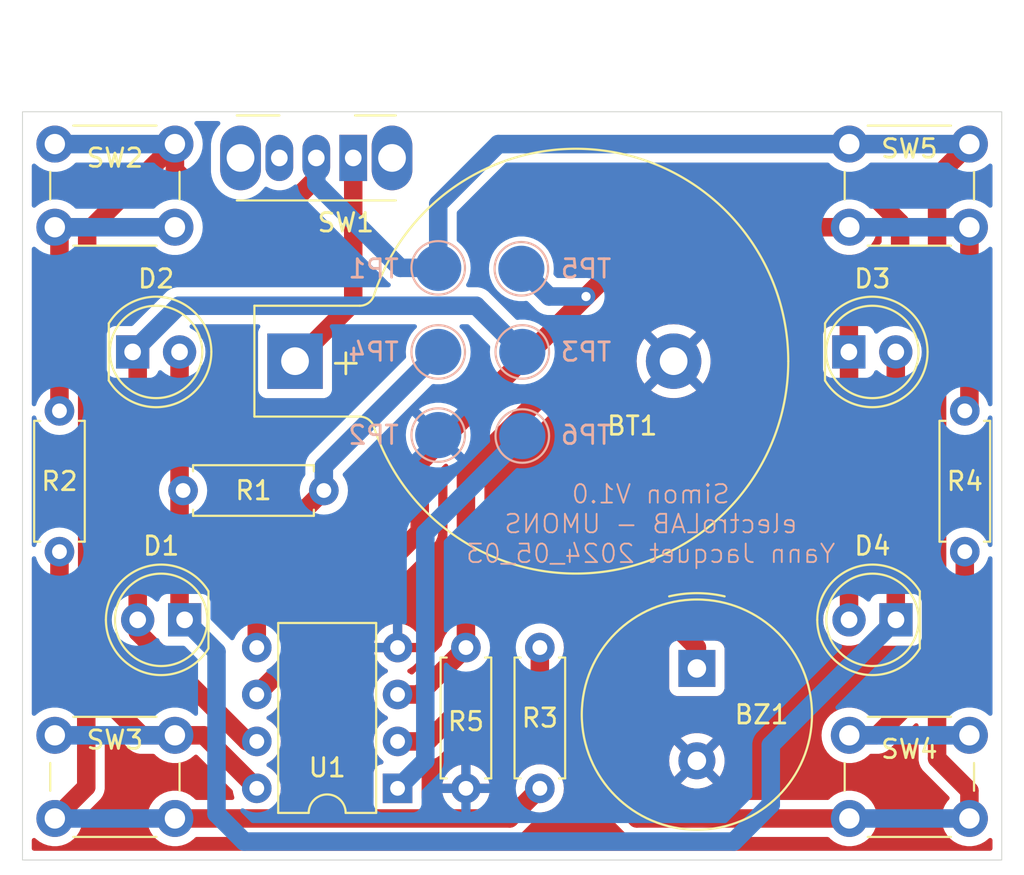
<source format=kicad_pcb>
(kicad_pcb (version 20240108) (generator "pcbnew") (generator_version "8.0")
  (layers (0 "F.Cu" signal) (31 "B.Cu" signal) (34 "B.Paste" user) (35 "F.Paste" user) (36 "B.SilkS" user "B.Silkscreen") (37 "F.SilkS" user "F.Silkscreen") (38 "B.Mask" user) (39 "F.Mask" user) (44 "Edge.Cuts" user))
  (net 0 "")
  (net 1 "Net-(BT1-+)")
  (net 2 "GND")
  (net 3 "/Piezo")
  (net 4 "/LED1")
  (net 5 "Net-(D1-K)")
  (net 6 "/LED2")
  (net 7 "/LED3")
  (net 8 "Net-(R2-Pad2)")
  (net 9 "Net-(R2-Pad1)")
  (net 10 "Net-(R3-Pad2)")
  (net 11 "/BP_in")
  (net 12 "VCC")
  (net 13 "/rst")
  (footprint "Button_Switch_THT:SW_PUSH_6mm_H5mm" (layer "F.Cu") (at 144.75 133.75)
    (property "Reference" "SW4" (at 3.25 0.75 0) (layer "F.SilkS"))
    (property "Value" "SW_Push")
    (fp_line (start -0.25 1.5) (end -0.25 3) (stroke (width 0.12)) (layer "F.SilkS"))
    (fp_line (start 1 5.5) (end 5.5 5.5) (stroke (width 0.12)) (layer "F.SilkS"))
    (fp_line (start 5.5 -1) (end 1 -1) (stroke (width 0.12)) (layer "F.SilkS"))
    (fp_line (start 6.75 3) (end 6.75 1.5) (stroke (width 0.12)) (layer "F.SilkS"))
    (pad "1" thru_hole circle (at 0 0 90) (size 2 2) (drill 1.1) (layers "*.Cu" "*.Mask") (net 12 "VCC"))
    (pad "1" thru_hole circle (at 6.5 0 90) (size 2 2) (drill 1.1) (layers "*.Cu" "*.Mask") (net 12 "VCC"))
    (pad "2" thru_hole circle (at 0 4.5 90) (size 2 2) (drill 1.1) (layers "*.Cu" "*.Mask") (net 10 "Net-(R3-Pad2)"))
    (pad "2" thru_hole circle (at 6.5 4.5 90) (size 2 2) (drill 1.1) (layers "*.Cu" "*.Mask") (net 10 "Net-(R3-Pad2)"))
  )
  (footprint "Resistor_THT:R_Axial_DIN0207_L6.3mm_D2.5mm_P7.62mm_Horizontal" (layer "F.Cu") (at 116.31 120.5 180)
    (property "Reference" "R1" (at 3.81 0 180) (layer "F.SilkS"))
    (property "Value" "0R")
    (fp_line (start 7.08 1.37) (end 7.08 1.04) (stroke (width 0.12)) (layer "F.SilkS"))
    (fp_line (start 7.08 -1.37) (end 7.08 -1.04) (stroke (width 0.12)) (layer "F.SilkS"))
    (fp_line (start 0.54 1.37) (end 7.08 1.37) (stroke (width 0.12)) (layer "F.SilkS"))
    (fp_line (start 0.54 1.04) (end 0.54 1.37) (stroke (width 0.12)) (layer "F.SilkS"))
    (fp_line (start 0.54 -1.04) (end 0.54 -1.37) (stroke (width 0.12)) (layer "F.SilkS"))
    (fp_line (start 0.54 -1.37) (end 7.08 -1.37) (stroke (width 0.12)) (layer "F.SilkS"))
    (pad "1" thru_hole circle (at 0 0 180) (size 1.6 1.6) (drill 0.8) (layers "*.Cu" "*.Mask") (net 7 "/LED3"))
    (pad "2" thru_hole oval (at 7.62 0 180) (size 1.6 1.6) (drill 0.8) (layers "*.Cu" "*.Mask") (net 5 "Net-(D1-K)"))
  )
  (footprint "Package_DIP:DIP-8_W7.62mm" (layer "F.Cu") (at 120.3 136.62 180)
    (property "Reference" "U1" (at 3.81 1.12 180) (layer "F.SilkS"))
    (property "Value" "ATtiny13A-P")
    (fp_line (start 6.46 8.95) (end 6.46 -1.33) (stroke (width 0.12)) (layer "F.SilkS"))
    (fp_line (start 6.46 -1.33) (end 4.81 -1.33) (stroke (width 0.12)) (layer "F.SilkS"))
    (fp_line (start 2.81 -1.33) (end 1.16 -1.33) (stroke (width 0.12)) (layer "F.SilkS"))
    (fp_line (start 1.16 8.95) (end 6.46 8.95) (stroke (width 0.12)) (layer "F.SilkS"))
    (fp_line (start 1.16 -1.33) (end 1.16 8.95) (stroke (width 0.12)) (layer "F.SilkS"))
    (fp_arc (start 4.81 -1.33) (mid 3.81 -0.33) (end 2.81 -1.33) (stroke (width 0.12)) (layer "F.SilkS"))
    (pad "1" thru_hole rect (at 0 0 180) (size 1.6 1.6) (drill 0.8) (layers "*.Cu" "*.Mask") (net 13 "/rst"))
    (pad "2" thru_hole oval (at 0 2.54 180) (size 1.6 1.6) (drill 0.8) (layers "*.Cu" "*.Mask") (net 3 "/Piezo"))
    (pad "3" thru_hole oval (at 0 5.08 180) (size 1.6 1.6) (drill 0.8) (layers "*.Cu" "*.Mask") (net 11 "/BP_in"))
    (pad "4" thru_hole oval (at 0 7.62 180) (size 1.6 1.6) (drill 0.8) (layers "*.Cu" "*.Mask") (net 2 "GND"))
    (pad "5" thru_hole oval (at 7.62 7.62 180) (size 1.6 1.6) (drill 0.8) (layers "*.Cu" "*.Mask") (net 7 "/LED3"))
    (pad "6" thru_hole oval (at 7.62 5.08 180) (size 1.6 1.6) (drill 0.8) (layers "*.Cu" "*.Mask") (net 6 "/LED2"))
    (pad "7" thru_hole oval (at 7.62 2.54 180) (size 1.6 1.6) (drill 0.8) (layers "*.Cu" "*.Mask") (net 4 "/LED1"))
    (pad "8" thru_hole oval (at 7.62 0 180) (size 1.6 1.6) (drill 0.8) (layers "*.Cu" "*.Mask") (net 12 "VCC"))
  )
  (footprint "Resistor_THT:R_Axial_DIN0207_L6.3mm_D2.5mm_P7.62mm_Horizontal" (layer "F.Cu") (at 128 136.62 90)
    (property "Reference" "R3" (at 3.81 0 0) (layer "F.SilkS"))
    (property "Value" "6.8k")
    (fp_line (start 7.08 -1.37) (end 7.08 -1.04) (stroke (width 0.12)) (layer "F.SilkS"))
    (fp_line (start 0.54 -1.37) (end 7.08 -1.37) (stroke (width 0.12)) (layer "F.SilkS"))
    (fp_line (start 0.54 -1.04) (end 0.54 -1.37) (stroke (width 0.12)) (layer "F.SilkS"))
    (fp_line (start 0.54 1.04) (end 0.54 1.37) (stroke (width 0.12)) (layer "F.SilkS"))
    (fp_line (start 7.08 1.37) (end 7.08 1.04) (stroke (width 0.12)) (layer "F.SilkS"))
    (fp_line (start 0.54 1.37) (end 7.08 1.37) (stroke (width 0.12)) (layer "F.SilkS"))
    (pad "1" thru_hole circle (at 0 0 90) (size 1.6 1.6) (drill 0.8) (layers "*.Cu" "*.Mask") (net 8 "Net-(R2-Pad2)"))
    (pad "2" thru_hole oval (at 7.62 0 90) (size 1.6 1.6) (drill 0.8) (layers "*.Cu" "*.Mask") (net 10 "Net-(R3-Pad2)"))
  )
  (footprint "LED_THT:LED_D5.0mm" (layer "F.Cu") (at 108.775 127.5 180)
    (property "Reference" "D1" (at 1.27 4 180) (layer "F.SilkS"))
    (property "Value" "LED_red")
    (fp_line (start -1.29 -1.545) (end -1.29 1.545) (stroke (width 0.12)) (layer "F.SilkS"))
    (fp_arc (start 4.26 -0.000462) (mid 2.072002 2.880433) (end -1.29 1.54483) (stroke (width 0.12)) (layer "F.SilkS"))
    (fp_arc (start -1.29 -1.54483) (mid 2.072002 -2.880433) (end 4.26 0.000462) (stroke (width 0.12)) (layer "F.SilkS"))
    (fp_circle (center 1.27 0) (end 3.77 0) (stroke (width 0.12)) (fill none) (layer "F.SilkS"))
    (pad "1" thru_hole rect (at 0 0 180) (size 1.8 1.8) (drill 0.9) (layers "*.Cu" "*.Mask") (net 5 "Net-(D1-K)"))
    (pad "2" thru_hole circle (at 2.54 0 180) (size 1.8 1.8) (drill 0.9) (layers "*.Cu" "*.Mask") (net 4 "/LED1"))
  )
  (footprint "Button_Switch_THT:SW_PUSH_6mm_H5mm" (layer "F.Cu") (at 144.75 101.75)
    (property "Reference" "SW5" (at 3.25 0.25 0) (layer "F.SilkS"))
    (property "Value" "SW_Push")
    (fp_line (start -0.25 1.5) (end -0.25 3) (stroke (width 0.12)) (layer "F.SilkS"))
    (fp_line (start 1 5.5) (end 5.5 5.5) (stroke (width 0.12)) (layer "F.SilkS"))
    (fp_line (start 5.5 -1) (end 1 -1) (stroke (width 0.12)) (layer "F.SilkS"))
    (fp_line (start 6.75 3) (end 6.75 1.5) (stroke (width 0.12)) (layer "F.SilkS"))
    (pad "1" thru_hole circle (at 0 0 90) (size 2 2) (drill 1.1) (layers "*.Cu" "*.Mask") (net 12 "VCC"))
    (pad "1" thru_hole circle (at 6.5 0 90) (size 2 2) (drill 1.1) (layers "*.Cu" "*.Mask") (net 12 "VCC"))
    (pad "2" thru_hole circle (at 0 4.5 90) (size 2 2) (drill 1.1) (layers "*.Cu" "*.Mask") (net 11 "/BP_in"))
    (pad "2" thru_hole circle (at 6.5 4.5 90) (size 2 2) (drill 1.1) (layers "*.Cu" "*.Mask") (net 11 "/BP_in"))
  )
  (footprint "LED_THT:LED_D5.0mm" (layer "F.Cu") (at 144.725 113)
    (property "Reference" "D3" (at 1.27 -3.96 0) (layer "F.SilkS"))
    (property "Value" "LED_blue")
    (fp_line (start -1.29 -1.545) (end -1.29 1.545) (stroke (width 0.12)) (layer "F.SilkS"))
    (fp_arc (start -1.29 -1.54483) (mid 2.072002 -2.880433) (end 4.26 0.000462) (stroke (width 0.12)) (layer "F.SilkS"))
    (fp_arc (start 4.26 -0.000462) (mid 2.072002 2.880433) (end -1.29 1.54483) (stroke (width 0.12)) (layer "F.SilkS"))
    (fp_circle (center 1.27 0) (end 3.77 0) (stroke (width 0.12)) (fill none) (layer "F.SilkS"))
    (pad "1" thru_hole rect (at 0 0) (size 1.8 1.8) (drill 0.9) (layers "*.Cu" "*.Mask") (net 6 "/LED2"))
    (pad "2" thru_hole circle (at 2.54 0) (size 1.8 1.8) (drill 0.9) (layers "*.Cu" "*.Mask") (net 5 "Net-(D1-K)"))
  )
  (footprint "Button_Switch_THT:SW_PUSH_6mm_H5mm" (layer "F.Cu") (at 101.75 101.75)
    (property "Reference" "SW2" (at 3.25 0.75 0) (layer "F.SilkS"))
    (property "Value" "SW_Push")
    (fp_line (start -0.25 1.5) (end -0.25 3) (stroke (width 0.12)) (layer "F.SilkS"))
    (fp_line (start 1 5.5) (end 5.5 5.5) (stroke (width 0.12)) (layer "F.SilkS"))
    (fp_line (start 5.5 -1) (end 1 -1) (stroke (width 0.12)) (layer "F.SilkS"))
    (fp_line (start 6.75 3) (end 6.75 1.5) (stroke (width 0.12)) (layer "F.SilkS"))
    (pad "1" thru_hole circle (at 0 0 90) (size 2 2) (drill 1.1) (layers "*.Cu" "*.Mask") (net 12 "VCC"))
    (pad "1" thru_hole circle (at 6.5 0 90) (size 2 2) (drill 1.1) (layers "*.Cu" "*.Mask") (net 12 "VCC"))
    (pad "2" thru_hole circle (at 0 4.5 90) (size 2 2) (drill 1.1) (layers "*.Cu" "*.Mask") (net 9 "Net-(R2-Pad1)"))
    (pad "2" thru_hole circle (at 6.5 4.5 90) (size 2 2) (drill 1.1) (layers "*.Cu" "*.Mask") (net 9 "Net-(R2-Pad1)"))
  )
  (footprint "Button_Switch_THT:SW_PUSH_6mm_H5mm" (layer "F.Cu") (at 101.75 133.75)
    (property "Reference" "SW3" (at 3.25 0.25 0) (layer "F.SilkS"))
    (property "Value" "SW_Push")
    (fp_line (start -0.25 1.5) (end -0.25 3) (stroke (width 0.12)) (layer "F.SilkS"))
    (fp_line (start 1 5.5) (end 5.5 5.5) (stroke (width 0.12)) (layer "F.SilkS"))
    (fp_line (start 5.5 -1) (end 1 -1) (stroke (width 0.12)) (layer "F.SilkS"))
    (fp_line (start 6.75 3) (end 6.75 1.5) (stroke (width 0.12)) (layer "F.SilkS"))
    (pad "1" thru_hole circle (at 0 0 90) (size 2 2) (drill 1.1) (layers "*.Cu" "*.Mask") (net 12 "VCC"))
    (pad "1" thru_hole circle (at 6.5 0 90) (size 2 2) (drill 1.1) (layers "*.Cu" "*.Mask") (net 12 "VCC"))
    (pad "2" thru_hole circle (at 0 4.5 90) (size 2 2) (drill 1.1) (layers "*.Cu" "*.Mask") (net 8 "Net-(R2-Pad2)"))
    (pad "2" thru_hole circle (at 6.5 4.5 90) (size 2 2) (drill 1.1) (layers "*.Cu" "*.Mask") (net 8 "Net-(R2-Pad2)"))
  )
  (footprint "LED_THT:LED_D5.0mm" (layer "F.Cu") (at 147.275 127.5 180)
    (property "Reference" "D4" (at 1.275 4 180) (layer "F.SilkS"))
    (property "Value" "LED_yellow")
    (fp_line (start -1.29 -1.545) (end -1.29 1.545) (stroke (width 0.12)) (layer "F.SilkS"))
    (fp_arc (start 4.26 -0.000462) (mid 2.072002 2.880433) (end -1.29 1.54483) (stroke (width 0.12)) (layer "F.SilkS"))
    (fp_arc (start -1.29 -1.54483) (mid 2.072002 -2.880433) (end 4.26 0.000462) (stroke (width 0.12)) (layer "F.SilkS"))
    (fp_circle (center 1.27 0) (end 3.77 0) (stroke (width 0.12)) (fill none) (layer "F.SilkS"))
    (pad "1" thru_hole rect (at 0 0 180) (size 1.8 1.8) (drill 0.9) (layers "*.Cu" "*.Mask") (net 5 "Net-(D1-K)"))
    (pad "2" thru_hole circle (at 2.54 0 180) (size 1.8 1.8) (drill 0.9) (layers "*.Cu" "*.Mask") (net 6 "/LED2"))
  )
  (footprint "Resistor_THT:R_Axial_DIN0207_L6.3mm_D2.5mm_P7.62mm_Horizontal" (layer "F.Cu") (at 151 123.81 90)
    (property "Reference" "R4" (at 3.81 0 0) (layer "F.SilkS"))
    (property "Value" "3.3k")
    (fp_line (start 7.08 -1.37) (end 7.08 -1.04) (stroke (width 0.12)) (layer "F.SilkS"))
    (fp_line (start 0.54 -1.37) (end 7.08 -1.37) (stroke (width 0.12)) (layer "F.SilkS"))
    (fp_line (start 0.54 -1.04) (end 0.54 -1.37) (stroke (width 0.12)) (layer "F.SilkS"))
    (fp_line (start 0.54 1.04) (end 0.54 1.37) (stroke (width 0.12)) (layer "F.SilkS"))
    (fp_line (start 7.08 1.37) (end 7.08 1.04) (stroke (width 0.12)) (layer "F.SilkS"))
    (fp_line (start 0.54 1.37) (end 7.08 1.37) (stroke (width 0.12)) (layer "F.SilkS"))
    (pad "1" thru_hole circle (at 0 0 90) (size 1.6 1.6) (drill 0.8) (layers "*.Cu" "*.Mask") (net 10 "Net-(R3-Pad2)"))
    (pad "2" thru_hole oval (at 7.62 0 90) (size 1.6 1.6) (drill 0.8) (layers "*.Cu" "*.Mask") (net 11 "/BP_in"))
  )
  (footprint "Battery:BatteryHolder_Keystone_103_1x20mm" (layer "F.Cu") (at 114.75 113.499999)
    (property "Reference" "BT1" (at 18.25 3.500001 0) (layer "F.SilkS"))
    (property "Value" "Battery_Cell")
    (fp_line (start -2.2 -3) (end 3.5 -3) (stroke (width 0.12)) (layer "F.SilkS"))
    (fp_line (start -2.2 3) (end -2.2 -3) (stroke (width 0.12)) (layer "F.SilkS"))
    (fp_line (start -2.2 3) (end 3.5 3) (stroke (width 0.12)) (layer "F.SilkS"))
    (fp_arc (start 3.5 3) (mid 3.950694 3.136459) (end 4.25 3.5) (stroke (width 0.12)) (layer "F.SilkS"))
    (fp_arc (start 4.25 -3.5) (mid 3.950694 -3.136459) (end 3.5 -3) (stroke (width 0.12)) (layer "F.SilkS"))
    (fp_arc (start 4.25 -3.5) (mid 16.971103 -11.358466) (end 26.695671 0) (stroke (width 0.12)) (layer "F.SilkS"))
    (fp_arc (start 26.695671 0) (mid 16.971103 11.358466) (end 4.25 3.5) (stroke (width 0.12)) (layer "F.SilkS"))
    (fp_text user "+" (at 2.75 0 0) (layer "F.SilkS") (effects (font (size 1.5 1.5))))
    (pad "1" thru_hole rect (at 0 0) (size 3 3) (drill 1.5) (layers "*.Cu" "*.Mask") (net 1 "Net-(BT1-+)"))
    (pad "2" thru_hole circle (at 20.49 0) (size 3 3) (drill 1.5) (layers "*.Cu" "*.Mask") (net 2 "GND"))
  )
  (footprint "LED_THT:LED_D5.0mm" (layer "F.Cu") (at 105.96 113)
    (property "Reference" "D2" (at 1.27 -3.96 0) (layer "F.SilkS"))
    (property "Value" "LED_green")
    (fp_line (start -1.29 -1.545) (end -1.29 1.545) (stroke (width 0.12)) (layer "F.SilkS"))
    (fp_arc (start -1.29 -1.54483) (mid 2.072002 -2.880433) (end 4.26 0.000462) (stroke (width 0.12)) (layer "F.SilkS"))
    (fp_arc (start 4.26 -0.000462) (mid 2.072002 2.880433) (end -1.29 1.54483) (stroke (width 0.12)) (layer "F.SilkS"))
    (fp_circle (center 1.27 0) (end 3.77 0) (stroke (width 0.12)) (fill none) (layer "F.SilkS"))
    (pad "1" thru_hole rect (at 0 0) (size 1.8 1.8) (drill 0.9) (layers "*.Cu" "*.Mask") (net 4 "/LED1"))
    (pad "2" thru_hole circle (at 2.54 0) (size 1.8 1.8) (drill 0.9) (layers "*.Cu" "*.Mask") (net 5 "Net-(D1-K)"))
  )
  (footprint "Button_Switch_THT:SW_Slide_SPDT_Angled_CK_OS102011MA1Q" (layer "F.Cu") (at 117.9 102.5 180)
    (property "Reference" "SW1" (at 0.4 -3.5 180) (layer "F.SilkS"))
    (property "Value" "SW_SPST")
    (fp_line (start 4 2.3) (end 6.3 2.3) (stroke (width 0.12)) (layer "F.SilkS"))
    (fp_line (start -2.3 2.3) (end -0.1 2.3) (stroke (width 0.12)) (layer "F.SilkS"))
    (fp_line (start -2.3 -2.3) (end 6.3 -2.3) (stroke (width 0.12)) (layer "F.SilkS"))
    (pad "" thru_hole oval (at -2.1 0 180) (size 2.2 3.5) (drill 1.5) (layers "*.Cu" "*.Mask"))
    (pad "" thru_hole oval (at 6.1 0 180) (size 2.2 3.5) (drill 1.5) (layers "*.Cu" "*.Mask"))
    (pad "1" thru_hole rect (at 0 0 180) (size 1.5 2.5) (drill 0.9) (layers "*.Cu" "*.Mask") (net 1 "Net-(BT1-+)"))
    (pad "2" thru_hole oval (at 2 0 180) (size 1.5 2.5) (drill 0.9) (layers "*.Cu" "*.Mask") (net 12 "VCC"))
    (pad "3" thru_hole oval (at 4 0 180) (size 1.5 2.5) (drill 0.9) (layers "*.Cu" "*.Mask"))
  )
  (footprint "Resistor_THT:R_Axial_DIN0207_L6.3mm_D2.5mm_P7.62mm_Horizontal" (layer "F.Cu") (at 102 116.19 -90)
    (property "Reference" "R2" (at 3.81 0 180) (layer "F.SilkS"))
    (property "Value" "20k")
    (fp_line (start 0.54 1.37) (end 7.08 1.37) (stroke (width 0.12)) (layer "F.SilkS"))
    (fp_line (start 7.08 1.37) (end 7.08 1.04) (stroke (width 0.12)) (layer "F.SilkS"))
    (fp_line (start 0.54 1.04) (end 0.54 1.37) (stroke (width 0.12)) (layer "F.SilkS"))
    (fp_line (start 0.54 -1.04) (end 0.54 -1.37) (stroke (width 0.12)) (layer "F.SilkS"))
    (fp_line (start 0.54 -1.37) (end 7.08 -1.37) (stroke (width 0.12)) (layer "F.SilkS"))
    (fp_line (start 7.08 -1.37) (end 7.08 -1.04) (stroke (width 0.12)) (layer "F.SilkS"))
    (pad "1" thru_hole circle (at 0 0 270) (size 1.6 1.6) (drill 0.8) (layers "*.Cu" "*.Mask") (net 9 "Net-(R2-Pad1)"))
    (pad "2" thru_hole oval (at 7.62 0 270) (size 1.6 1.6) (drill 0.8) (layers "*.Cu" "*.Mask") (net 8 "Net-(R2-Pad2)"))
  )
  (footprint "Resistor_THT:R_Axial_DIN0207_L6.3mm_D2.5mm_P7.62mm_Horizontal" (layer "F.Cu") (at 124 129 -90)
    (property "Reference" "R5" (at 4 0 180) (layer "F.SilkS"))
    (property "Value" "10k")
    (fp_line (start 0.54 1.37) (end 7.08 1.37) (stroke (width 0.12)) (layer "F.SilkS"))
    (fp_line (start 7.08 1.37) (end 7.08 1.04) (stroke (width 0.12)) (layer "F.SilkS"))
    (fp_line (start 0.54 1.04) (end 0.54 1.37) (stroke (width 0.12)) (layer "F.SilkS"))
    (fp_line (start 0.54 -1.04) (end 0.54 -1.37) (stroke (width 0.12)) (layer "F.SilkS"))
    (fp_line (start 0.54 -1.37) (end 7.08 -1.37) (stroke (width 0.12)) (layer "F.SilkS"))
    (fp_line (start 7.08 -1.37) (end 7.08 -1.04) (stroke (width 0.12)) (layer "F.SilkS"))
    (pad "1" thru_hole circle (at 0 0 270) (size 1.6 1.6) (drill 0.8) (layers "*.Cu" "*.Mask") (net 11 "/BP_in"))
    (pad "2" thru_hole oval (at 7.62 0 270) (size 1.6 1.6) (drill 0.8) (layers "*.Cu" "*.Mask") (net 2 "GND"))
  )
  (footprint "Buzzer_Beeper:Buzzer_TDK_PS1240P02BT_D12.2mm_H6.5mm" (layer "F.Cu") (at 136.5 130.129215 -90)
    (property "Reference" "BZ1" (at 2.5 -3.5 180) (layer "F.SilkS"))
    (property "Value" "Buzzer")
    (fp_arc (start -3.9 1.499999) (mid -4.073431 0) (end -3.9 -1.5) (stroke (width 0.12)) (layer "F.SilkS"))
    (fp_circle (center 2.5 0) (end 8.73 0) (stroke (width 0.12)) (fill none) (layer "F.SilkS"))
    (pad "1" thru_hole rect (at 0 0 270) (size 2 2) (drill 1) (layers "*.Cu" "*.Mask") (net 3 "/Piezo"))
    (pad "2" thru_hole circle (at 5 0 270) (size 2 2) (drill 1) (layers "*.Cu" "*.Mask") (net 2 "GND"))
  )
  (footprint "TestPoint:TestPoint_Pad_D2.5mm" (layer "B.Cu") (at 122.5 108.45 90)
    (property "Reference" "TP5" (at -0.05 8 0) (layer "B.SilkS") (effects (justify mirror)))
    (property "Value" "TP_VCC")
    (fp_circle (center 0 0) (end 0 -1.45) (stroke (width 0.12)) (fill none) (layer "B.SilkS"))
    (pad "1" smd circle (at 0 0 90) (size 2.5 2.5) (layers "B.Cu" "B.Mask") (net 12 "VCC"))
  )
  (footprint "TestPoint:TestPoint_Pad_D2.5mm" (layer "B.Cu") (at 127 108.5 90)
    (property "Reference" "TP1" (at 0 -8 0) (layer "B.SilkS") (effects (justify mirror)))
    (property "Value" "TP_MISO")
    (fp_circle (center 0 0) (end 0 -1.45) (stroke (width 0.12)) (fill none) (layer "B.SilkS"))
    (pad "1" smd circle (at 0 0 90) (size 2.5 2.5) (layers "B.Cu" "B.Mask") (net 6 "/LED2"))
  )
  (footprint "TestPoint:TestPoint_Pad_D2.5mm" (layer "B.Cu") (at 122.5 117.5 90)
    (property "Reference" "TP6" (at 0 8 0) (layer "B.SilkS") (effects (justify mirror)))
    (property "Value" "TP_GND")
    (fp_circle (center 0 0) (end 0 -1.45) (stroke (width 0.12)) (fill none) (layer "B.SilkS"))
    (pad "1" smd circle (at 0 0 90) (size 2.5 2.5) (layers "B.Cu" "B.Mask") (net 2 "GND"))
  )
  (footprint "TestPoint:TestPoint_Pad_D2.5mm" (layer "B.Cu") (at 122.5 113 90)
    (property "Reference" "TP3" (at 0 8 0) (layer "B.SilkS") (effects (justify mirror)))
    (property "Value" "TP_MOSI")
    (fp_circle (center 0 0) (end 0 -1.45) (stroke (width 0.12)) (fill none) (layer "B.SilkS"))
    (pad "1" smd circle (at 0 0 90) (size 2.5 2.5) (layers "B.Cu" "B.Mask") (net 7 "/LED3"))
  )
  (footprint "TestPoint:TestPoint_Pad_D2.5mm" (layer "B.Cu") (at 127.05 113 90)
    (property "Reference" "TP4" (at 0 -8.05 0) (layer "B.SilkS") (effects (justify mirror)))
    (property "Value" "TP_CLOCK")
    (fp_circle (center 0 0) (end 0 -1.45) (stroke (width 0.12)) (fill none) (layer "B.SilkS"))
    (pad "1" smd circle (at 0 0 90) (size 2.5 2.5) (layers "B.Cu" "B.Mask") (net 4 "/LED1"))
  )
  (footprint "TestPoint:TestPoint_Pad_D2.5mm" (layer "B.Cu") (at 127.05 117.55 90)
    (property "Reference" "TP2" (at 0.05 -8.05 0) (layer "B.SilkS") (effects (justify mirror)))
    (property "Value" "TP_RST")
    (fp_circle (center 0 0) (end 0 -1.45) (stroke (width 0.12)) (fill none) (layer "B.SilkS"))
    (pad "1" smd circle (at 0 0 90) (size 2.5 2.5) (layers "B.Cu" "B.Mask") (net 13 "/rst"))
  )
  (gr_rect (start 100 100) (end 153 140.5) (stroke (width 0.05)) (fill none) (layer "Edge.Cuts"))
  (gr_text "Simon V1.0\nelectroLAB - UMONS\nYann Jacquet 2024_05_03" (at 134 124.5 0) (layer "B.SilkS") (effects (font (size 1 1) (thickness 0.1)) (justify bottom mirror)))
  (segment (start 117.9 102.5) (end 117.9 110.349999) (width 1) (layer "F.Cu") (net 1))
  (segment (start 117.9 110.349999) (end 114.75 113.499999) (width 1) (layer "F.Cu") (net 1))
  (segment (start 134 126.5) (end 136.5 129) (width 1) (layer "F.Cu") (net 3))
  (segment (start 126 128) (end 127.5 126.5) (width 1) (layer "F.Cu") (net 3))
  (segment (start 120.3 134.08) (end 121.92 134.08) (width 1) (layer "F.Cu") (net 3))
  (segment (start 121.92 134.08) (end 126 130) (width 1) (layer "F.Cu") (net 3))
  (segment (start 136.5 129) (end 136.5 130.129215) (width 1) (layer "F.Cu") (net 3))
  (segment (start 126 130) (end 126 128) (width 1) (layer "F.Cu") (net 3))
  (segment (start 127.5 126.5) (end 134 126.5) (width 1) (layer "F.Cu") (net 3))
  (segment (start 112.68 134.08) (end 112.155 134.08) (width 1) (layer "F.Cu") (net 4))
  (segment (start 106.235 128.16) (end 106.235 127.5) (width 1) (layer "F.Cu") (net 4))
  (segment (start 112.155 134.08) (end 106.235 128.16) (width 1) (layer "F.Cu") (net 4))
  (segment (start 106.235 113.275) (end 105.96 113) (width 1) (layer "F.Cu") (net 4))
  (segment (start 106.235 127.5) (end 106.235 113.275) (width 1) (layer "F.Cu") (net 4))
  (segment (start 124.55 110.5) (end 108.46 110.5) (width 1) (layer "B.Cu") (net 4))
  (segment (start 108.46 110.5) (end 105.96 113) (width 1) (layer "B.Cu") (net 4))
  (segment (start 127.05 113) (end 124.55 110.5) (width 1) (layer "B.Cu") (net 4))
  (segment (start 147.265 127.49) (end 147.275 127.5) (width 1) (layer "F.Cu") (net 5))
  (segment (start 108.5 127.225) (end 108.775 127.5) (width 1) (layer "F.Cu") (net 5))
  (segment (start 108.5 113) (end 108.5 127.225) (width 1) (layer "F.Cu") (net 5))
  (segment (start 147.265 113) (end 147.265 127.49) (width 1) (layer "F.Cu") (net 5))
  (segment (start 138.5 139.5) (end 112 139.5) (width 1) (layer "B.Cu") (net 5))
  (segment (start 147.275 127.5) (end 140.5 134.275) (width 1) (layer "B.Cu") (net 5))
  (segment (start 110.5 138) (end 110.5 129.225) (width 1) (layer "B.Cu") (net 5))
  (segment (start 112 139.5) (end 110.5 138) (width 1) (layer "B.Cu") (net 5))
  (segment (start 140.5 137.5) (end 138.5 139.5) (width 1) (layer "B.Cu") (net 5))
  (segment (start 140.5 134.275) (end 140.5 137.5) (width 1) (layer "B.Cu") (net 5))
  (segment (start 110.5 129.225) (end 108.775 127.5) (width 1) (layer "B.Cu") (net 5))
  (segment (start 144.735 113.01) (end 144.725 113) (width 1) (layer "F.Cu") (net 6))
  (segment (start 121.5 119) (end 130.5 110) (width 1) (layer "F.Cu") (net 6))
  (segment (start 130.5 110) (end 136.5 104) (width 1) (layer "F.Cu") (net 6))
  (segment (start 145.5 104) (end 147.5 106) (width 1) (layer "F.Cu") (net 6))
  (segment (start 144.735 127.5) (end 144.735 113.01) (width 1) (layer "F.Cu") (net 6))
  (segment (start 144.725 110.275) (end 144.725 113) (width 1) (layer "F.Cu") (net 6))
  (segment (start 136.5 104) (end 145.5 104) (width 1) (layer "F.Cu") (net 6))
  (segment (start 121.5 122.72) (end 121.5 119) (width 1) (layer "F.Cu") (net 6))
  (segment (start 147.5 106) (end 147.5 107.5) (width 1) (layer "F.Cu") (net 6))
  (segment (start 112.68 131.54) (end 121.5 122.72) (width 1) (layer "F.Cu") (net 6))
  (segment (start 147.5 107.5) (end 144.725 110.275) (width 1) (layer "F.Cu") (net 6))
  (via (at 130.5 110) (size 1) (drill 0.5) (layers "F.Cu" "B.Cu") (net 6))
  (segment (start 130.5 110) (end 128.5 110) (width 1) (layer "B.Cu") (net 6))
  (segment (start 128.5 110) (end 127 108.5) (width 1) (layer "B.Cu") (net 6))
  (segment (start 112.68 129) (end 112.68 124.13) (width 1) (layer "F.Cu") (net 7))
  (segment (start 112.68 124.13) (end 116.31 120.5) (width 1) (layer "F.Cu") (net 7))
  (segment (start 116.31 119.19) (end 116.31 120.5) (width 1) (layer "B.Cu") (net 7))
  (segment (start 122.5 113) (end 116.31 119.19) (width 1) (layer "B.Cu") (net 7))
  (segment (start 103.45 136.55) (end 103.45 132.45) (width 1) (layer "F.Cu") (net 8))
  (segment (start 103.45 132.45) (end 102 131) (width 1) (layer "F.Cu") (net 8))
  (segment (start 102 131) (end 102 123.81) (width 1) (layer "F.Cu") (net 8))
  (segment (start 103.45 136.55) (end 101.75 138.25) (width 1) (layer "F.Cu") (net 8))
  (segment (start 126.37 138.25) (end 128 136.62) (width 1) (layer "F.Cu") (net 8))
  (segment (start 108.25 138.25) (end 126.37 138.25) (width 1) (layer "F.Cu") (net 8))
  (segment (start 108.25 138.25) (end 101.75 138.25) (width 1) (layer "B.Cu") (net 8))
  (segment (start 102 116.19) (end 102 106.5) (width 1) (layer "F.Cu") (net 9))
  (segment (start 102 106.5) (end 101.75 106.25) (width 1) (layer "F.Cu") (net 9))
  (segment (start 101.75 106.25) (end 108.25 106.25) (width 1) (layer "B.Cu") (net 9))
  (segment (start 149.5 132.5) (end 149.5 135) (width 1) (layer "F.Cu") (net 10))
  (segment (start 151 123.81) (end 151 131) (width 1) (layer "F.Cu") (net 10))
  (segment (start 133.25 138.25) (end 128 133) (width 1) (layer "F.Cu") (net 10))
  (segment (start 151 131) (end 149.5 132.5) (width 1) (layer "F.Cu") (net 10))
  (segment (start 128 133) (end 128 129) (width 1) (layer "F.Cu") (net 10))
  (segment (start 149.5 135) (end 151.25 136.75) (width 1) (layer "F.Cu") (net 10))
  (segment (start 151.25 136.75) (end 151.25 138.25) (width 1) (layer "F.Cu") (net 10))
  (segment (start 144.75 138.25) (end 133.25 138.25) (width 1) (layer "F.Cu") (net 10))
  (segment (start 151.25 138.25) (end 144.75 138.25) (width 1) (layer "B.Cu") (net 10))
  (segment (start 120.3 131.54) (end 121.46 131.54) (width 1) (layer "F.Cu") (net 11))
  (segment (start 151.25 106.25) (end 151.25 115.94) (width 1) (layer "F.Cu") (net 11))
  (segment (start 151.25 115.94) (end 151 116.19) (width 1) (layer "F.Cu") (net 11))
  (segment (start 124 119.5) (end 124 129) (width 1) (layer "F.Cu") (net 11))
  (segment (start 121.46 131.54) (end 124 129) (width 1) (layer "F.Cu") (net 11))
  (segment (start 144.75 106.25) (end 137.25 106.25) (width 1) (layer "F.Cu") (net 11))
  (segment (start 137.25 106.25) (end 124 119.5) (width 1) (layer "F.Cu") (net 11))
  (segment (start 151.25 106.25) (end 144.75 106.25) (width 1) (layer "B.Cu") (net 11))
  (segment (start 149.5 103.5) (end 151.25 101.75) (width 1) (layer "F.Cu") (net 12))
  (segment (start 103.5 130.802944) (end 106.447056 133.75) (width 1) (layer "F.Cu") (net 12))
  (segment (start 146.25 133.75) (end 144.75 133.75) (width 1) (layer "F.Cu") (net 12))
  (segment (start 108.25 101.75) (end 108.25 103.164213) (width 1) (layer "F.Cu") (net 12))
  (segment (start 149.5 130.5) (end 149.5 103.5) (width 1) (layer "F.Cu") (net 12))
  (segment (start 103.5 106.5) (end 103.5 130.802944) (width 1) (layer "F.Cu") (net 12))
  (segment (start 110.585787 105.5) (end 114 105.5) (width 1) (layer "F.Cu") (net 12))
  (segment (start 106.447056 133.75) (end 108.25 133.75) (width 1) (layer "F.Cu") (net 12))
  (segment (start 109.81 133.75) (end 112.68 136.62) (width 1) (layer "F.Cu") (net 12))
  (segment (start 108.25 101.75) (end 103.5 106.5) (width 1) (layer "F.Cu") (net 12))
  (segment (start 108.25 133.75) (end 109.81 133.75) (width 1) (layer "F.Cu") (net 12))
  (segment (start 108.25 103.164213) (end 110.585787 105.5) (width 1) (layer "F.Cu") (net 12))
  (segment (start 115.9 103.6) (end 115.9 102.5) (width 1) (layer "F.Cu") (net 12))
  (segment (start 114 105.5) (end 115.9 103.6) (width 1) (layer "F.Cu") (net 12))
  (segment (start 149.5 130.5) (end 146.25 133.75) (width 1) (layer "F.Cu") (net 12))
  (segment (start 125.75 101.75) (end 144.75 101.75) (width 1) (layer "B.Cu") (net 12))
  (segment (start 125.75 101.75) (end 122.5 105) (width 1) (layer "B.Cu") (net 12))
  (segment (start 120.45 108.45) (end 122.5 108.45) (width 1) (layer "B.Cu") (net 12))
  (segment (start 101.75 133.75) (end 108.25 133.75) (width 1) (layer "B.Cu") (net 12))
  (segment (start 144.75 133.75) (end 151.25 133.75) (width 1) (layer "B.Cu") (net 12))
  (segment (start 101.75 101.75) (end 108.25 101.75) (width 1) (layer "B.Cu") (net 12))
  (segment (start 144.75 101.75) (end 151.25 101.75) (width 1) (layer "B.Cu") (net 12))
  (segment (start 122.5 105) (end 122.5 108.45) (width 1) (layer "B.Cu") (net 12))
  (segment (start 115.9 103.9) (end 120.45 108.45) (width 1) (layer "B.Cu") (net 12))
  (segment (start 115.9 102.5) (end 115.9 103.9) (width 1) (layer "B.Cu") (net 12))
  (segment (start 127.05 117.55) (end 121.8 122.8) (width 1) (layer "B.Cu") (net 13))
  (segment (start 121.8 122.8) (end 121.8 135.12) (width 1) (layer "B.Cu") (net 13))
  (segment (start 121.8 135.12) (end 120.3 136.62) (width 1) (layer "B.Cu") (net 13))
  (zone (net 2) (net_name "GND") (layer "F.Cu") (priority 1) (connect_pads (clearance 0.5)) (min_thickness 0.25) (fill yes (thermal_gap 0.5) (thermal_bridge_width 0.5))
    (polygon (pts (xy 99.5 99.5) (xy 153.5 99.5) (xy 153.5 140.5) (xy 99.5 140.5)))
  )
  (zone (net 2) (net_name "GND") (layer "B.Cu") (connect_pads (clearance 0.5)) (min_thickness 0.25) (fill yes (thermal_gap 0.5) (thermal_bridge_width 0.5))
    (polygon (pts (xy 99.5 99.5) (xy 99.5 140.5) (xy 153.5 140.5) (xy 153.5 99.5)))
  )
)
</source>
